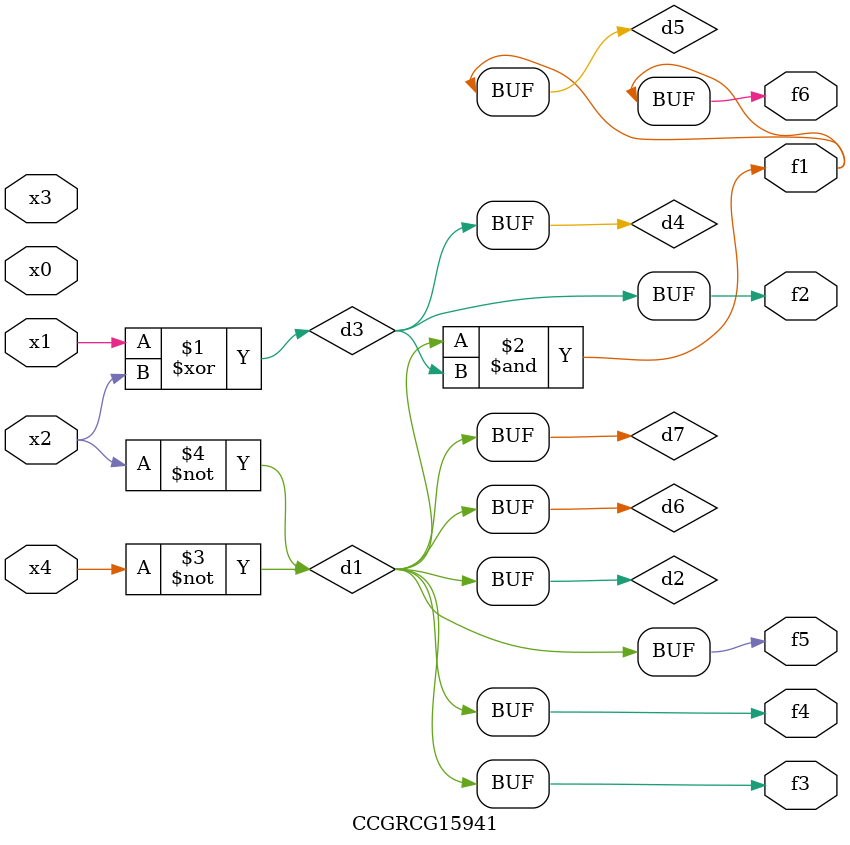
<source format=v>
module CCGRCG15941(
	input x0, x1, x2, x3, x4,
	output f1, f2, f3, f4, f5, f6
);

	wire d1, d2, d3, d4, d5, d6, d7;

	not (d1, x4);
	not (d2, x2);
	xor (d3, x1, x2);
	buf (d4, d3);
	and (d5, d1, d3);
	buf (d6, d1, d2);
	buf (d7, d2);
	assign f1 = d5;
	assign f2 = d4;
	assign f3 = d7;
	assign f4 = d7;
	assign f5 = d7;
	assign f6 = d5;
endmodule

</source>
